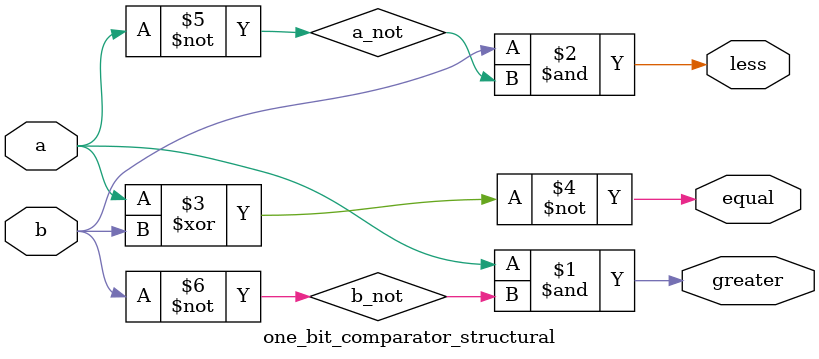
<source format=v>
module one_bit_comparator_structural (
    input a,
    input b,
    output greater,
    output less,
    output equal
);
    wire a_not, b_not;

    not(a_not, a); // TODO
    not(b_not, b); // TODO

    and(greater, a, b_not); // TODO
    and(less, b, a_not); // TODO
    xnor(equal, a, b); // TODO
endmodule

</source>
